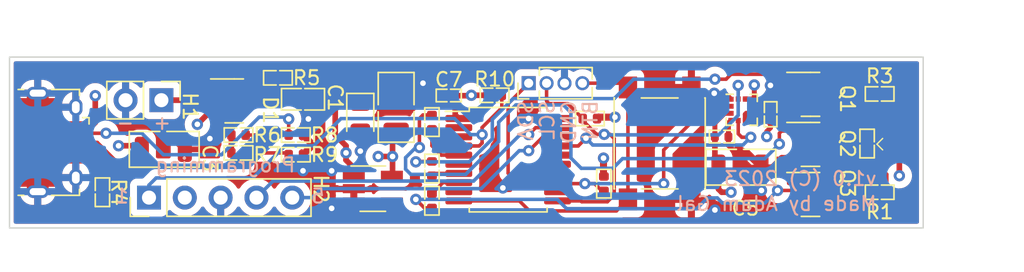
<source format=kicad_pcb>
(kicad_pcb (version 20221018) (generator pcbnew)
  (layers (0 "F.Cu" signal) (1 "In1.Cu" signal) (2 "In2.Cu" signal) (31 "B.Cu" signal) (34 "B.Paste" user) (35 "F.Paste" user) (36 "B.SilkS" user "B.Silkscreen") (37 "F.SilkS" user "F.Silkscreen") (38 "B.Mask" user) (39 "F.Mask" user) (44 "Edge.Cuts" user))
  (net 0 "")
  (net 1 "/+VIN")
  (net 2 "+3.3V")
  (net 3 "/+5V_USB")
  (net 4 "/+VBAT")
  (net 5 "GND")
  (net 6 "Net-(H2-Pin_1)")
  (net 7 "/ICSPDAT")
  (net 8 "/ICSPCLK")
  (net 9 "/I2C1_SDA")
  (net 10 "/I2C1_SCL")
  (net 11 "/BUTTON")
  (net 12 "Net-(LED1-Pad1)")
  (net 13 "/LED_R")
  (net 14 "Net-(Q1-D)")
  (net 15 "/LED_B")
  (net 16 "Net-(Q2-D)")
  (net 17 "/LED_G")
  (net 18 "Net-(Q3-D)")
  (net 19 "Net-(LED2-B)")
  (net 20 "Net-(USB1-ID)")
  (net 21 "Net-(USB1-D-)")
  (net 22 "Net-(USB1-D+)")
  (net 23 "/LED_R_R")
  (net 24 "/LED_B_R")
  (net 25 "/LED_G_R")
  (net 34 "/INT")
  (net 36 "Net-(LED2-G)")
  (net 37 "Net-(LED2-R)")
  (footprint "Custom_Resistor_SMD:R_0402" (layer "F.Cu") (at 153.035 57.912)
    (fp_text reference "R5" (at 2.032 0 unlocked) (layer "F.SilkS"))
    (fp_text value "10K")
    (pad "1" smd roundrect (at -0.508 0) (size 0.6 0.7) (layers "F.Cu" "F.Paste" "F.Mask") (net 1 "/+VIN"))
    (pad "2" smd roundrect (at 0.508 0) (size 0.6 0.7) (layers "F.Cu" "F.Paste" "F.Mask") (net 12 "Net-(LED1-Pad1)"))
  )
  (footprint "Custom_Resistor_SMD:R_0402" (layer "F.Cu") (at 150.241 61.976)
    (fp_text reference "R6" (at 2.032 0 unlocked) (layer "F.SilkS"))
    (fp_text value "5.1K")
    (pad "1" smd roundrect (at -0.508 0) (size 0.6 0.7) (layers "F.Cu" "F.Paste" "F.Mask") (net 3 "/+5V_USB"))
    (pad "2" smd roundrect (at 0.508 0) (size 0.6 0.7) (layers "F.Cu" "F.Paste" "F.Mask") (net 21 "Net-(USB1-D-)"))
  )
  (footprint "Package_LGA:LGA-12_2x2mm_P0.5mm" (layer "F.Cu") (at 185.9275 60.1815)
    (fp_text reference "U2" hide)
    (fp_text value "KXTJ3-1057")
    (pad "1" smd rect (at -0.7625 -0.75) (size 0.375 0.35) (layers "F.Cu" "F.Paste" "F.Mask") (net 5 "GND"))
    (pad "2" smd rect (at -0.7625 -0.25) (size 0.375 0.35) (layers "F.Cu" "F.Paste" "F.Mask") (net 9 "/I2C1_SDA"))
    (pad "3" smd rect (at -0.7625 0.25) (size 0.375 0.35) (layers "F.Cu" "F.Paste" "F.Mask") (net 2 "+3.3V"))
    (pad "4" smd rect (at -0.7625 0.75) (size 0.375 0.35) (layers "F.Cu" "F.Paste" "F.Mask") (net 5 "GND"))
    (pad "5" smd rect (at -0.25 0.7625 90) (size 0.375 0.35) (layers "F.Cu" "F.Paste" "F.Mask") (net 34 "/INT"))
    (pad "6" smd rect (at 0.25 0.7625 90) (size 0.375 0.35) (layers "F.Cu" "F.Paste" "F.Mask") (net 5 "GND"))
    (pad "7" smd rect (at 0.7625 0.75) (size 0.375 0.35) (layers "F.Cu" "F.Paste" "F.Mask") (net 2 "+3.3V"))
    (pad "8" smd rect (at 0.7625 0.25) (size 0.375 0.35) (layers "F.Cu" "F.Paste" "F.Mask") (net 5 "GND"))
    (pad "9" smd rect (at 0.7625 -0.25) (size 0.375 0.35) (layers "F.Cu" "F.Paste" "F.Mask") (net 5 "GND"))
    (pad "10" smd rect (at 0.7625 -0.75) (size 0.375 0.35) (layers "F.Cu" "F.Paste" "F.Mask") (net 2 "+3.3V"))
    (pad "11" smd rect (at 0.25 -0.7625 90) (size 0.375 0.35) (layers "F.Cu" "F.Paste" "F.Mask") (net 2 "+3.3V"))
    (pad "12" smd rect (at -0.25 -0.7625 90) (size 0.375 0.35) (layers "F.Cu" "F.Paste" "F.Mask") (net 10 "/I2C1_SCL"))
  )
  (footprint "Custom_Header_Connector:Pin_Header_01x04_P1.27mm" (layer "F.Cu") (at 172.722 58.327)
    (fp_text reference "H3" hide)
    (fp_text value "01x04 P1.27mm")
    (pad "1" thru_hole rect (at -1.905 -0.034 90) (size 1 1) (drill 0.65) (layers "*.Cu" "*.Mask") (net 9 "/I2C1_SDA"))
    (pad "2" thru_hole oval (at -0.635 -0.034 90) (size 1 1) (drill 0.65) (layers "*.Cu" "*.Mask") (net 10 "/I2C1_SCL"))
    (pad "3" thru_hole oval (at 0.635 -0.034 90) (size 1 1) (drill 0.65) (layers "*.Cu" "*.Mask") (net 5 "GND"))
    (pad "4" thru_hole oval (at 1.905 -0.034 90) (size 1 1) (drill 0.65) (layers "*.Cu" "*.Mask") (net 11 "/BUTTON"))
  )
  (footprint "Custom_Capacitor_SMD:C_0603" (layer "F.Cu") (at 154.813 59.436)
    (fp_text reference "C1" (at 2.286 -0.127 -90 unlocked) (layer "F.SilkS"))
    (fp_text value "1uF")
    (pad "1" smd roundrect (at -0.813 0) (size 0.9 0.95) (layers "F.Cu" "F.Paste" "F.Mask") (net 1 "/+VIN"))
    (pad "2" smd roundrect (at 0.737 0) (size 0.9 0.95) (layers "F.Cu" "F.Paste" "F.Mask") (net 5 "GND"))
  )
  (footprint "Custom_Resistor_SMD:R_0402" (layer "F.Cu") (at 195.707 59.055 180)
    (fp_text reference "R3" (at 0 1.27 unlocked) (layer "F.SilkS"))
    (fp_text value "590")
    (pad "1" smd roundrect (at -0.508 0 180) (size 0.6 0.7) (layers "F.Cu" "F.Paste" "F.Mask") (net 37 "Net-(LED2-R)"))
    (pad "2" smd roundrect (at 0.508 0 180) (size 0.6 0.7) (layers "F.Cu" "F.Paste" "F.Mask") (net 14 "Net-(Q1-D)"))
  )
  (footprint "Custom_Resistor_SMD:R_0402" (layer "F.Cu") (at 150.241 63.246)
    (fp_text reference "R7" (at 2.032 0.127 unlocked) (layer "F.SilkS"))
    (fp_text value "5.1K")
    (pad "1" smd roundrect (at -0.508 0) (size 0.6 0.7) (layers "F.Cu" "F.Paste" "F.Mask") (net 3 "/+5V_USB"))
    (pad "2" smd roundrect (at 0.508 0) (size 0.6 0.7) (layers "F.Cu" "F.Paste" "F.Mask") (net 22 "Net-(USB1-D+)"))
  )
  (footprint "Custom_Package:LED_RGB_404" (layer "F.Cu") (at 196.679 62.625 45)
    (fp_text reference "LED2" hide)
    (fp_text value "UHD111A-FKA")
    (pad "1" smd roundrect (at -0.425 -0.425 45) (size 0.45 0.45) (layers "F.Cu" "F.Paste" "F.Mask") (net 19 "Net-(LED2-B)"))
    (pad "2" smd roundrect (at 0.425 -0.425 45) (size 0.45 0.45) (layers "F.Cu" "F.Paste" "F.Mask") (net 36 "Net-(LED2-G)"))
    (pad "3" smd roundrect (at 0.425 0.425 45) (size 0.45 0.45) (layers "F.Cu" "F.Paste" "F.Mask") (net 37 "Net-(LED2-R)"))
    (pad "4" smd roundrect (at -0.425 0.425 45) (size 0.45 0.45) (layers "F.Cu" "F.Paste" "F.Mask") (net 1 "/+VIN"))
  )
  (footprint "Custom_Package:D_SOT23_TO263" (layer "F.Cu") (at 190.8175 59.086)
    (fp_text reference "Q1" (at 2.6035 0.32 -90 unlocked) (layer "F.SilkS"))
    (fp_text value "2N7002")
    (pad "1" smd roundrect (at -0.9525 -0.95) (size 1.475 0.6) (layers "F.Cu" "F.Paste" "F.Mask") (net 13 "/LED_R"))
    (pad "2" smd roundrect (at -0.9525 0.95) (size 1.475 0.6) (layers "F.Cu" "F.Paste" "F.Mask") (net 5 "GND"))
    (pad "3" smd roundrect (at 0.9225 0) (size 1.475 0.6) (layers "F.Cu" "F.Paste" "F.Mask") (net 14 "Net-(Q1-D)"))
  )
  (footprint "Custom_Connector:Custom_USB_Micro-B_Amphenol_10118194_Horizontal" (layer "F.Cu") (at 137.3 62.5 -90)
    (fp_text reference "USB1" hide)
    (fp_text value "~")
    (pad "1" smd rect (at -1.3 -1.4 270) (size 0.4 1.35) (layers "F.Cu" "F.Paste" "F.Mask") (net 3 "/+5V_USB"))
    (pad "2" smd rect (at -0.65 -1.4 270) (size 0.4 1.35) (layers "F.Cu" "F.Paste" "F.Mask") (net 21 "Net-(USB1-D-)"))
    (pad "3" smd rect (at 0 -1.4 270) (size 0.4 1.35) (layers "F.Cu" "F.Paste" "F.Mask") (net 22 "Net-(USB1-D+)"))
    (pad "4" smd rect (at 0.65 -1.4 270) (size 0.4 1.35) (layers "F.Cu" "F.Paste" "F.Mask") (net 20 "Net-(USB1-ID)"))
    (pad "5" smd rect (at 1.3 -1.4 270) (size 0.4 1.35) (layers "F.Cu" "F.Paste" "F.Mask") (net 5 "GND"))
    (pad "6" thru_hole oval (at -3.5 1.3 270) (size 0.89 1.55) (drill oval 0.5 1.15) (layers "*.Cu" "*.Mask") (net 5 "GND"))
    (pad "6" smd rect (at -2.9 1.3 270) (size 1.2 1.55) (layers "F.Cu" "F.Paste" "F.Mask") (net 5 "GND"))
    (pad "6" thru_hole oval (at -2.5 -1.4 270) (size 1.25 0.95) (drill oval 0.85 0.55) (layers "*.Cu" "*.Mask") (net 5 "GND"))
    (pad "6" smd rect (at -1 1.3 270) (size 1.5 1.55) (layers "F.Cu" "F.Paste" "F.Mask") (net 5 "GND"))
    (pad "6" smd rect (at 1 1.3 270) (size 1.5 1.55) (layers "F.Cu" "F.Paste" "F.Mask") (net 5 "GND"))
    (pad "6" thru_hole oval (at 2.5 -1.4 270) (size 1.25 0.95) (drill oval 0.85 0.55) (layers "*.Cu" "*.Mask") (net 5 "GND"))
    (pad "6" smd rect (at 2.9 1.3 270) (size 1.2 1.55) (layers "F.Cu" "F.Paste" "F.Mask") (net 5 "GND"))
    (pad "6" thru_hole oval (at 3.5 1.3 270) (size 0.89 1.55) (drill oval 0.5 1.15) (layers "*.Cu" "*.Mask") (net 5 "GND"))
  )
  (footprint "Custom_Resistor_SMD:R_0402" (layer "F.Cu") (at 194.818 62.581 -90)
    (fp_text reference "R2" hide)
    (fp_text value "590")
    (pad "1" smd roundrect (at -0.508 0 270) (size 0.6 0.7) (layers "F.Cu" "F.Paste" "F.Mask") (net 36 "Net-(LED2-G)"))
    (pad "2" smd roundrect (at 0.508 0 270) (size 0.6 0.7) (layers "F.Cu" "F.Paste" "F.Mask") (net 16 "Net-(Q2-D)"))
  )
  (footprint "LED_SMD:LED_0805_2012Metric" (layer "F.Cu") (at 158.877 60.706 -90)
    (fp_text reference "LED1" hide)
    (fp_text value "Green")
    (pad "1" smd roundrect (at -0.9375 0 270) (size 0.975 1.4) (layers "F.Cu" "F.Paste" "F.Mask") (net 12 "Net-(LED1-Pad1)"))
    (pad "2" smd roundrect (at 0.9375 0 270) (size 0.975 1.4) (layers "F.Cu" "F.Paste" "F.Mask") (net 5 "GND"))
  )
  (footprint "Package_SO:SSOP-20_5.3x7.2mm_P0.65mm" (layer "F.Cu") (at 169.362 63.728)
    (fp_text reference "U1" hide)
    (fp_text value "PIC16LF1829")
    (pad "1" smd roundrect (at -3.5 -2.925) (size 1.9 0.5) (layers "F.Cu" "F.Paste" "F.Mask") (net 2 "+3.3V"))
    (pad "2" smd roundrect (at -3.5 -2.275) (size 1.9 0.5) (layers "F.Cu" "F.Paste" "F.Mask"))
    (pad "3" smd roundrect (at -3.5 -1.625) (size 1.9 0.5) (layers "F.Cu" "F.Paste" "F.Mask"))
    (pad "4" smd roundrect (at -3.5 -0.975) (size 1.9 0.5) (layers "F.Cu" "F.Paste" "F.Mask") (net 6 "Net-(H2-Pin_1)"))
    (pad "5" smd roundrect (at -3.5 -0.325) (size 1.9 0.5) (layers "F.Cu" "F.Paste" "F.Mask") (net 24 "/LED_B_R"))
    (pad "6" smd roundrect (at -3.5 0.325) (size 1.9 0.5) (layers "F.Cu" "F.Paste" "F.Mask"))
    (pad "7" smd roundrect (at -3.5 0.975) (size 1.9 0.5) (layers "F.Cu" "F.Paste" "F.Mask") (net 23 "/LED_R_R"))
    (pad "8" smd roundrect (at -3.5 1.625) (size 1.9 0.5) (layers "F.Cu" "F.Paste" "F.Mask") (net 25 "/LED_G_R"))
    (pad "9" smd roundrect (at -3.5 2.275) (size 1.9 0.5) (layers "F.Cu" "F.Paste" "F.Mask"))
    (pad "10" smd roundrect (at -3.5 2.925) (size 1.9 0.5) (layers "F.Cu" "F.Paste" "F.Mask") (net 11 "/BUTTON"))
    (pad "11" smd roundrect (at 3.5 2.925) (size 1.9 0.5) (layers "F.Cu" "F.Paste" "F.Mask") (net 10 "/I2C1_SCL"))
    (pad "12" smd roundrect (at 3.5 2.275) (size 1.9 0.5) (layers "F.Cu" "F.Paste" "F.Mask"))
    (pad "13" smd roundrect (at 3.5 1.625) (size 1.9 0.5) (layers "F.Cu" "F.Paste" "F.Mask") (net 9 "/I2C1_SDA"))
    (pad "14" smd roundrect (at 3.5 0.975) (size 1.9 0.5) (layers "F.Cu" "F.Paste" "F.Mask"))
    (pad "15" smd roundrect (at 3.5 0.325) (size 1.9 0.5) (layers "F.Cu" "F.Paste" "F.Mask"))
    (pad "16" smd roundrect (at 3.5 -0.325) (size 1.9 0.5) (layers "F.Cu" "F.Paste" "F.Mask"))
    (pad "17" smd roundrect (at 3.5 -0.975) (size 1.9 0.5) (layers "F.Cu" "F.Paste" "F.Mask") (net 34 "/INT"))
    (pad "18" smd roundrect (at 3.5 -1.625) (size 1.9 0.5) (layers "F.Cu" "F.Paste" "F.Mask") (net 8 "/ICSPCLK"))
    (pad "19" smd roundrect (at 3.5 -2.275) (size 1.9 0.5) (layers "F.Cu" "F.Paste" "F.Mask") (net 7 "/ICSPDAT"))
    (pad "20" smd roundrect (at 3.5 -2.925) (size 1.9 0.5) (layers "F.Cu" "F.Paste" "F.Mask") (net 5 "GND"))
  )
  (footprint "Custom_Capacitor_SMD:C_0402" (layer "F.Cu") (at 165.149 59.178)
    (fp_text reference "C7" (at 0 -1.143 unlocked) (layer "F.SilkS"))
    (fp_text value "100nF")
    (pad "1" smd roundrect (at -0.501 0.004) (size 0.56 0.62) (layers "F.Cu" "F.Paste" "F.Mask") (net 5 "GND"))
    (pad "2" smd roundrect (at 0.459 0.004) (size 0.56 0.62) (layers "F.Cu" "F.Paste" "F.Mask") (net 2 "+3.3V"))
  )
  (footprint "Custom_Switch_SMD:SW_6x6" (layer "F.Cu") (at 180.107 62.517 90)
    (fp_text reference "SW1" hide)
    (fp_text value "~")
    (pad "1" smd rect (at -4.03 -2.25 90) (size 1.55 1.3) (layers "F.Cu" "F.Paste" "F.Mask") (net 11 "/BUTTON"))
    (pad "2" smd rect (at 3.92 -2.25 90) (size 1.55 1.3) (layers "F.Cu" "F.Paste" "F.Mask") (net 11 "/BUTTON"))
    (pad "3" smd rect (at -4.03 2.25 90) (size 1.55 1.3) (layers "F.Cu" "F.Paste" "F.Mask") (net 5 "GND"))
    (pad "4" smd rect (at 3.92 2.25 90) (size 1.55 1.3) (layers "F.Cu" "F.Paste" "F.Mask") (net 5 "GND"))
  )
  (footprint "Custom_Resistor_SMD:R_0402" (layer "F.Cu") (at 154.305 61.976)
    (fp_text reference "R8" (at 2.032 0 unlocked) (layer "F.SilkS"))
    (fp_text value "10K")
    (pad "1" smd roundrect (at -0.508 0) (size 0.6 0.7) (layers "F.Cu" "F.Paste" "F.Mask") (net 21 "Net-(USB1-D-)"))
    (pad "2" smd roundrect (at 0.508 0) (size 0.6 0.7) (layers "F.Cu" "F.Paste" "F.Mask") (net 5 "GND"))
  )
  (footprint "Custom_Resistor_SMD:R_0402" (layer "F.Cu") (at 163.957 64.359 -90)
    (fp_text reference "R13" hide)
    (fp_text value "0")
    (pad "1" smd roundrect (at -0.508 0 270) (size 0.6 0.7) (layers "F.Cu" "F.Paste" "F.Mask") (net 13 "/LED_R"))
    (pad "2" smd roundrect (at 0.508 0 270) (size 0.6 0.7) (layers "F.Cu" "F.Paste" "F.Mask") (net 23 "/LED_R_R"))
  )
  (footprint "Custom_Capacitor_SMD:C_1206" (layer "F.Cu") (at 144.907 62.992)
    (fp_text reference "C3" (at 3.302 0.635 -90 unlocked) (layer "F.SilkS"))
    (fp_text value "10uF")
    (pad "1" smd roundrect (at -1.524 0) (size 1 1.8) (layers "F.Cu" "F.Paste" "F.Mask") (net 3 "/+5V_USB"))
    (pad "2" smd roundrect (at 1.524 0) (size 1 1.8) (layers "F.Cu" "F.Paste" "F.Mask") (net 5 "GND"))
  )
  (footprint "Custom_Resistor_SMD:R_0402" (layer "F.Cu") (at 154.305 63.373)
    (fp_text reference "R9" (at 2.032 0 unlocked) (layer "F.SilkS"))
    (fp_text value "10K")
    (pad "1" smd roundrect (at -0.508 0) (size 0.6 0.7) (layers "F.Cu" "F.Paste" "F.Mask") (net 22 "Net-(USB1-D+)"))
    (pad "2" smd roundrect (at 0.508 0) (size 0.6 0.7) (layers "F.Cu" "F.Paste" "F.Mask") (net 5 "GND"))
  )
  (footprint "Custom_Resistor_SMD:R_0402" (layer "F.Cu") (at 168.402 59.152)
    (fp_text reference "R10" (at 0 -1.143 unlocked) (layer "F.SilkS"))
    (fp_text value "10K")
    (pad "1" smd roundrect (at -0.508 0) (size 0.6 0.7) (layers "F.Cu" "F.Paste" "F.Mask") (net 2 "+3.3V"))
    (pad "2" smd roundrect (at 0.508 0) (size 0.6 0.7) (layers "F.Cu" "F.Paste" "F.Mask") (net 6 "Net-(H2-Pin_1)"))
  )
  (footprint "Custom_Header_Connector:Pin_Header_01x05_P2.54mm" (layer "F.Cu") (at 148.971 66.421)
    (fp_text reference "H2" (at 7.112 -0.635 -90 unlocked) (layer "F.SilkS"))
    (fp_text value "01x05 P2.54mm")
    (pad "1" thru_hole rect (at -5.08 0 90) (size 1.7 1.7) (drill 1) (layers "*.Cu" "*.Mask") (net 6 "Net-(H2-Pin_1)"))
    (pad "2" thru_hole oval (at -2.54 0 90) (size 1.7 1.7) (drill 1) (layers "*.Cu" "*.Mask") (net 2 "+3.3V"))
    (pad "3" thru_hole oval (at 0 0 90) (size 1.7 1.7) (drill 1) (layers "*.Cu" "*.Mask") (net 5 "GND"))
    (pad "4" thru_hole oval (at 2.54 0 90) (size 1.7 1.7) (drill 1) (layers "*.Cu" "*.Mask") (net 7 "/ICSPDAT"))
    (pad "5" thru_hole oval (at 5.08 0 90) (size 1.7 1.7) (drill 1) (layers "*.Cu" "*.Mask") (net 8 "/ICSPCLK"))
  )
  (footprint "Custom_Capacitor_SMD:C_0402" (layer "F.Cu") (at 184.524 62.099)
    (fp_text reference "C6" hide)
    (fp_text value "100nF")
    (pad "1" smd roundrect (at -0.501 0.004) (size 0.56 0.62) (layers "F.Cu" "F.Paste" "F.Mask") (net 2 "+3.3V"))
    (pad "2" smd roundrect (at 0.459 0.004) (size 0.56 0.62) (layers "F.Cu" "F.Paste" "F.Mask") (net 5 "GND"))
  )
  (footprint "Custom_Package:D_SOT23_TO263" (layer "F.Cu") (at 190.8175 66.198)
    (fp_text reference "Q3" (at 2.6035 -0.793 -90 unlocked) (layer "F.SilkS"))
    (fp_text value "2N7002")
    (pad "1" smd roundrect (at -0.9525 -0.95) (size 1.475 0.6) (layers "F.Cu" "F.Paste" "F.Mask") (net 17 "/LED_G"))
    (pad "2" smd roundrect (at -0.9525 0.95) (size 1.475 0.6) (layers "F.Cu" "F.Paste" "F.Mask") (net 5 "GND"))
    (pad "3" smd roundrect (at 0.9225 0) (size 1.475 0.6) (layers "F.Cu" "F.Paste" "F.Mask") (net 18 "Net-(Q3-D)"))
  )
  (footprint "Package_TO_SOT_SMD:SOT-23-5_HandSoldering" (layer "F.Cu") (at 159.766 65.786)
    (fp_text reference "U3" hide)
    (fp_text value "TPS76933DBVR")
    (pad "1" smd rect (at -1.35 -0.95) (size 1.56 0.65) (layers "F.Cu" "F.Paste" "F.Mask") (net 1 "/+VIN"))
    (pad "2" smd rect (at -1.35 0) (size 1.56 0.65) (layers "F.Cu" "F.Paste" "F.Mask") (net 5 "GND"))
    (pad "3" smd rect (at -1.35 0.95) (size 1.56 0.65) (layers "F.Cu" "F.Paste" "F.Mask") (net 5 "GND"))
    (pad "4" smd rect (at 1.35 0.95) (size 1.56 0.65) (layers "F.Cu" "F.Paste" "F.Mask"))
    (pad "5" smd rect (at 1.35 -0.95) (size 1.56 0.65) (layers "F.Cu" "F.Paste" "F.Mask") (net 2 "+3.3V"))
  )
  (footprint "Custom_Resistor_SMD:R_0402" (layer "F.Cu") (at 195.707 66.04 180)
    (fp_text reference "R1" (at 0 -1.397 unlocked) (layer "F.SilkS"))
    (fp_text value "590")
    (pad "1" smd roundrect (at -0.508 0 180) (size 0.6 0.7) (layers "F.Cu" "F.Paste" "F.Mask") (net 19 "Net-(LED2-B)"))
    (pad "2" smd roundrect (at 0.508 0 180) (size 0.6 0.7) (layers "F.Cu" "F.Paste" "F.Mask") (net 18 "Net-(Q3-D)"))
  )
  (footprint "Custom_Resistor_SMD:R_0402" (layer "F.Cu") (at 163.957 61.057 -90)
    (fp_text reference "R14" hide)
    (fp_text value "0")
    (pad "1" smd roundrect (at -0.508 0 270) (size 0.6 0.7) (layers "F.Cu" "F.Paste" "F.Mask") (net 15 "/LED_B"))
    (pad "2" smd roundrect (at 0.508 0 270) (size 0.6 0.7) (layers "F.Cu" "F.Paste" "F.Mask") (net 24 "/LED_B_R"))
  )
  (footprint "Custom_Resistor_SMD:R_0402" (layer "F.Cu") (at 175.1584 60.8076 180)
    (fp_text reference "R12" hide)
    (fp_text value "10K")
    (pad "1" smd roundrect (at -0.508 0 180) (size 0.6 0.7) (layers "F.Cu" "F.Paste" "F.Mask") (net 2 "+3.3V"))
    (pad "2" smd roundrect (at 0.508 0 180) (size 0.6 0.7) (layers "F.Cu" "F.Paste" "F.Mask") (net 10 "/I2C1_SCL"))
  )
  (footprint "Custom_Resistor_SMD:R_0402" (layer "F.Cu") (at 176.149 65.4304 -90)
    (fp_text reference "R11" hide)
    (fp_text value "10K")
    (pad "1" smd roundrect (at -0.508 0 270) (size 0.6 0.7) (layers "F.Cu" "F.Paste" "F.Mask") (net 2 "+3.3V"))
    (pad "2" smd roundrect (at 0.508 0 270) (size 0.6 0.7) (layers "F.Cu" "F.Paste" "F.Mask") (net 9 "/I2C1_SDA"))
  )
  (footprint "Custom_Resistor_SMD:R_0402" (layer "F.Cu") (at 140.589 66.04 -90)
    (fp_text reference "R4" (at 0 -1.143 -90 unlocked) (layer "F.SilkS"))
    (fp_text value "0")
    (pad "1" smd roundrect (at -0.508 0 270) (size 0.6 0.7) (layers "F.Cu" "F.Paste" "F.Mask") (net 20 "Net-(USB1-ID)"))
    (pad "2" smd roundrect (at 0.508 0 270) (size 0.6 0.7) (layers "F.Cu" "F.Paste" "F.Mask") (net 5 "GND"))
  )
  (footprint "Custom_Package:D_SOT23_TO263" (layer "F.Cu") (at 149.9525 59.55)
    (fp_text reference "D1" (at 2.5475 0.648 -90 unlocked) (layer "F.SilkS"))
    (fp_text value "BAT54CLT3G\n")
    (pad "1" smd roundrect (at -0.9525 -0.95) (size 1.475 0.6) (layers "F.Cu" "F.Paste" "F.Mask") (net 4 "/+VBAT"))
    (pad "2" smd roundrect (at -0.9525 0.95) (size 1.475 0.6) (layers "F.Cu" "F.Paste" "F.Mask") (net 3 "/+5V_USB"))
    (pad "3" smd roundrect (at 0.9225 0) (size 1.475 0.6) (layers "F.Cu" "F.Paste" "F.Mask") (net 1 "/+VIN"))
  )
  (footprint "Custom_Capacitor_SMD:C_1206" (layer "F.Cu") (at 161.417 60.071 90)
    (fp_text reference "C2" hide)
    (fp_text value "10uF")
    (pad "1" smd roundrect (at -1.524 0 90) (size 1 1.8) (layers "F.Cu" "F.Paste" "F.Mask") (net 2 "+3.3V"))
    (pad "2" smd roundrect (at 1.524 0 90) (size 1 1.8) (layers "F.Cu" "F.Paste" "F.Mask") (net 5 "GND"))
  )
  (footprint "Custom_Capacitor_SMD:C_0402" (layer "F.Cu") (at 187.964 60.501 -90)
    (fp_text reference "C4" hide)
    (fp_text value "100nF")
    (pad "1" smd roundrect (at -0.501 0.004 270) (size 0.56 0.62) (layers "F.Cu" "F.Paste" "F.Mask") (net 5 "GND"))
    (pad "2" smd roundrect (at 0.459 0.004 270) (size 0.56 0.62) (layers "F.Cu" "F.Paste" "F.Mask") (net 2 "+3.3V"))
  )
  (footprint "Custom_Header_Connector:Pin_Header_01x02_P2.54mm" (layer "F.Cu") (at 143.5 59.5 180)
    (fp_text reference "H1" (at -3.312 -0.444 270 unlocked) (layer "F.SilkS"))
    (fp_text value "01x02 P2.54mm")
    (pad "1" thru_hole rect (at -1.27 0 270) (size 1.7 1.7) (drill 1) (layers "*.Cu" "*.Mask") (net 4 "/+VBAT"))
    (pad "2" thru_hole oval (at 1.27 0 270) (size 1.7 1.7) (drill 1) (layers "*.Cu" "*.Mask") (net 5 "GND"))
  )
  (footprint "Custom_Capacitor_SMD:C_1206" (layer "F.Cu") (at 185.801 64.262)
    (fp_text reference "C5" (at 0.381 2.921 unlocked) (layer "F.SilkS"))
    (fp_text value "10uF")
    (pad "1" smd roundrect (at -1.524 0) (size 1 1.8) (layers "F.Cu" "F.Paste" "F.Mask") (net 2 "+3.3V"))
    (pad "2" smd roundrect (at 1.524 0) (size 1 1.8) (layers "F.Cu" "F.Paste" "F.Mask") (net 5 "GND"))
  )
  (footprint "Custom_Package:D_SOT23_TO263" (layer "F.Cu") (at 190.8175 62.642)
    (fp_text reference "Q2" (at 2.6035 -0.061 -90 unlocked) (layer "F.SilkS"))
    (fp_text value "2N7002")
    (pad "1" smd roundrect (at -0.9525 -0.95) (size 1.475 0.6) (layers "F.Cu" "F.Paste" "F.Mask") (net 15 "/LED_B"))
    (pad "2" smd roundrect (at -0.9525 0.95) (size 1.475 0.6) (layers "F.Cu" "F.Paste" "F.Mask") (net 5 "GND"))
    (pad "3" smd roundrect (at 0.9225 0) (size 1.475 0.6) (layers "F.Cu" "F.Paste" "F.Mask") (net 16 "Net-(Q2-D)"))
  )
  (footprint "Custom_Resistor_SMD:R_0402" (layer "F.Cu") (at 163.957 66.645 90)
    (fp_text reference "R15" hide)
    (fp_text value "0")
    (pad "1" smd roundrect (at -0.508 0 90) (size 0.6 0.7) (layers "F.Cu" "F.Paste" "F.Mask") (net 17 "/LED_G"))
    (pad "2" smd roundrect (at 0.508 0 90) (size 0.6 0.7) (layers "F.Cu" "F.Paste" "F.Mask") (net 25 "/LED_G_R"))
  )
  (gr_rect (start 134 56.437) (end 198.794 68.58) (stroke (width 0.1)) (fill none) (layer "Edge.Cuts"))
  (gr_text "v1.0 (C) 2023 " (at 195.58 65.659) (layer "B.SilkS") (effects (font (size 1 1)) (justify left bottom mirror)))
  (gr_text "SDA" (at 171.196 59.436 90) (layer "B.SilkS") (effects (font (size 1 1)) (justify left bottom mirror)))
  (gr_text "5" (at 156.4386 66.9036) (layer "B.SilkS") (effects (font (size 1 1)) (justify left bottom mirror)))
  (gr_text "GND" (at 174.244 59.436 90) (layer "B.SilkS") (effects (font (size 1 1)) (justify left bottom mirror)))
  (gr_text "BTN" (at 175.768 59.436 90) (layer "B.SilkS") (effects (font (size 1 1)) (justify left bottom mirror)))
  (gr_text "SCL" (at 172.72 59.436 90) (layer "B.SilkS") (effects (font (size 1 1)) (justify left bottom mirror)))
  (gr_text "Made by Adam Gal" (at 195.58 67.437) (layer "B.SilkS") (effects (font (size 1 1)) (justify left bottom mirror)))
  (gr_text "+" (at 145.542 61.6712) (layer "B.SilkS") (effects (font (size 1 1)) (justify left bottom mirror)))
  (gr_text "-" (at 142.9258 61.6712) (layer "B.SilkS") (effects (font (size 1 1)) (justify left bottom mirror)))
  (gr_text "Programming" (at 154.3558 64.6938) (layer "B.SilkS") (effects (font (size 1 1)) (justify left bottom mirror)))
  (gr_text "1" (at 142.5448 66.9036) (layer "B.SilkS") (effects (font (size 1 1)) (justify left bottom mirror)))
  (segment (start 197.104 63.651041) (end 197.104 64.867) (width 0.4) (layer "F.Cu") (net 1))
  (segment (start 152.527 58.801) (end 153.162 59.436) (width 0.4) (layer "F.Cu") (net 1))
  (segment (start 157.863731 62.740731) (end 157.099 61.976) (width 0.4) (layer "F.Cu") (net 1))
  (segment (start 150.875 58.421) (end 151.384 57.912) (width 0.4) (layer "F.Cu") (net 1))
  (segment (start 153.162 59.436) (end 154 59.436) (width 0.4) (layer "F.Cu") (net 1))
  (segment (start 157.863731 63.24284) (end 157.863731 62.740731) (width 0.4) (layer "F.Cu") (net 1))
  (segment (start 152.527 57.912) (end 152.527 58.801) (width 0.4) (layer "F.Cu") (net 1))
  (segment (start 157.099 61.976) (end 157.099 60.833) (width 0.4) (layer "F.Cu") (net 1))
  (segment (start 156.533 58.362) (end 155.074 58.362) (width 0.4) (layer "F.Cu") (net 1))
  (segment (start 150.875 59.55) (end 150.875 58.421) (width 0.4) (layer "F.Cu") (net 1))
  (segment (start 196.679 63.226041) (end 197.104 63.651041) (width 0.4) (layer "F.Cu") (net 1))
  (segment (start 157.863731 63.24284) (end 157.863731 63.756731) (width 0.4) (layer "F.Cu") (net 1))
  (segment (start 155.074 58.362) (end 154 59.436) (width 0.4) (layer "F.Cu") (net 1))
  (segment (start 157.099 58.928) (end 156.533 58.362) (width 0.4) (layer "F.Cu") (net 1))
  (segment (start 157.099 60.833) (end 157.099 58.928) (width 0.4) (layer "F.Cu") (net 1))
  (segment (start 157.863731 63.756731) (end 158.416 64.309) (width 0.4) (layer "F.Cu") (net 1))
  (segment (start 151.384 57.912) (end 152.527 57.912) (width 0.4) (layer "F.Cu") (net 1))
  (segment (start 158.416 64.309) (end 158.416 64.836) (width 0.4) (layer "F.Cu") (net 1))
  (via (at 197.104 64.867) (size 0.8) (drill 0.4) (layers "F.Cu" "B.Cu") (net 1))
  (via (at 157.863731 63.24284) (size 0.8) (drill 0.4) (layers "F.Cu" "B.Cu") (net 1))
  (segment (start 160.147 63.627) (end 160.241 63.721) (width 0.25) (layer "F.Cu") (net 2))
  (segment (start 184.023 64.008) (end 184.277 64.262) (width 0.25) (layer "F.Cu") (net 2))
  (segment (start 165.608 59.182) (end 165.608 60.549) (width 0.4) (layer "F.Cu") (net 2))
  (segment (start 176.1236 63.6149) (end 176.1236 64.897) (width 0.5) (layer "F.Cu") (net 2))
  (segment (start 186.817 59.3055) (end 186.691 59.4315) (width 0.35) (layer "F.Cu") (net 2))
  (segment (start 161.163 61.849) (end 161.417 61.595) (width 0.25) (layer "F.Cu") (net 2))
  (segment (start 184.501 66.04) (end 184.277 65.816) (width 0.4) (layer "F.Cu") (net 2))
  (segment (start 167.894 59.152) (end 166.751 59.152) (width 0.4) (layer "F.Cu") (net 2))
  (segment (start 187.701785 62.084501) (end 187.706 62.080286) (width 0.25) (layer "F.Cu") (net 2))
  (segment (start 186.1785 59.419) (end 186.6785 59.419) (width 0.35) (layer "F.Cu") (net 2))
  (segment (start 185.166 66.04) (end 184.501 66.04) (width 0.4) (layer "F.Cu") (net 2))
  (segment (start 165.608 59.182) (end 166.721 59.182) (width 0.4) (layer "F.Cu") (net 2))
  (segment (start 165.608 60.549) (end 165.862 60.803) (width 0.4) (layer "F.Cu") (net 2))
  (segment (start 161.163 64.789) (end 161.116 64.836) (width 0.25) (layer "F.Cu") (net 2))
  (segment (start 184.023 61.126305) (end 184.023 62.103) (width 0.35) (layer "F.Cu") (net 2))
  (segment (start 187.706 61.722) (end 187.96 61.468) (width 0.35) (layer "F.Cu") (net 2))
  (segment (start 161.116 63.547) (end 161.163 63.5) (width 0.25) (layer "F.Cu") (net 2))
  (segment (start 161.163 63.5) (end 160.147 63.5) (width 0.4) (layer "F.Cu") (net 2))
  (segment (start 184.277 65.816) (end 184.277 64.262) (width 0.4) (layer "F.Cu") (net 2))
  (segment (start 184.717805 60.4315) (end 184.023 61.126305) (width 0.35) (layer "F.Cu") (net 2))
  (segment (start 160.147 63.5) (end 160.147 63.627) (width 0.25) (layer "F.Cu") (net 2))
  (segment (start 185.166 60.4315) (end 184.717805 60.4315) (width 0.35) (layer "F.Cu") (net 2))
  (segment (start 176.1236 64.897) (end 176.149 64.9224) (width 0.5) (layer "F.Cu") (net 2))
  (segment (start 187.9315 60.9315) (end 187.96 60.96) (width 0.25) (layer "F.Cu") (net 2))
  (segment (start 166.721 59.182) (end 166.751 59.152) (width 0.25) (layer "F.Cu") (net 2))
  (segment (start 175.768 60.706) (end 175.6664 60.8076) (width 0.5) (layer "F.Cu") (net 2))
  (segment (start 161.163 63.5) (end 161.163 64.789) (width 0.4) (layer "F.Cu") (net 2))
  (segment (start 187.706 62.080286) (end 187.706 61.722) (width 0.35) (layer "F.Cu") (net 2))
  (segment (start 186.691 60.9315) (end 187.9315 60.9315) (width 0.35) (layer "F.Cu") (net 2))
  (segment (start 184.023 62.103) (end 184.023 64.008) (width 0.4) (layer "F.Cu") (net 2))
  (segment (start 187.96 61.468) (end 187.96 60.96) (width 0.35) (layer "F.Cu") (net 2))
  (segment (start 161.163 63.5) (end 161.163 61.849) (width 0.4) (layer "F.Cu") (net 2))
  (segment (start 186.817 58.42) (end 186.817 59.3055) (width 0.35) (layer "F.Cu") (net 2))
  (segment (start 176.9364 60.706) (end 175.768 60.706) (width 0.5) (layer "F.Cu") (net 2))
  (via (at 176.1236 63.6149) (size 0.8) (drill 0.4) (layers "F.Cu" "B.Cu") (net 2))
  (via (at 176.9364 60.706) (size 0.8) (drill 0.4) (layers "F.Cu" "B.Cu") (net 2))
  (via (at 187.701785 62.084501) (size 0.8) (drill 0.4) (layers "F.Cu" "B.Cu") (net 2))
  (via (at 166.751 59.152) (size 0.8) (drill 0.4) (layers "F.Cu" "B.Cu") (net 2))
  (via (at 185.166 66.04) (size 0.8) (drill 0.4) (layers "F.Cu" "B.Cu") (net 2))
  (via (at 186.817 58.42) (size 0.8) (drill 0.4) (layers "F.Cu" "B.Cu") (net 2))
  (via (at 160.147 63.5) (size 0.8) (drill 0.4) (layers "F.Cu" "B.Cu") (net 2))
  (via (at 161.163 63.5) (size 0.8) (drill 0.4) (layers "F.Cu" "B.Cu") (net 2))
  (segment (start 143.383 62.992) (end 143.383 62.865) (width 0.25) (layer "F.Cu") (net 3))
  (segment (start 141.732 62.738) (end 143.129 62.738) (width 0.4) (layer "F.Cu") (net 3))
  (segment (start 149 60.5) (end 149 61.243) (width 0.4) (layer "F.Cu") (net 3))
  (segment (start 147.32 61.214) (end 148.034 60.5) (width 0.4) (layer "F.Cu") (net 3))
  (segment (start 143.129 62.738) (end 143.383 62.992) (width 0.25) (layer "F.Cu") (net 3))
  (segment (start 149.733 61.976) (end 149.733 63.246) (width 0.4) (layer "F.Cu") (net 3))
  (segment (start 139.968 61.2) (end 140.081 61.087) (width 0.4) (layer "F.Cu") (net 3))
  (segment (start 148.034 60.5) (end 149 60.5) (width 0.4) (layer "F.Cu") (net 3))
  (segment (start 149 61.243) (end 149.733 61.976) (width 0.4) (layer "F.Cu") (net 3))
  (segment (start 138.7 61.2) (end 139.206 61.2) (width 0.25) (layer "F.Cu") (net 3))
  (segment (start 139.206 61.2) (end 139.968 61.2) (width 0.4) (layer "F.Cu") (net 3))
  (segment (start 140.081 61.087) (end 140.081 59.182) (width 0.4) (layer "F.Cu") (net 3))
  (via (at 140.081 59.182) (size 0.8) (drill 0.4) (layers "F.Cu" "B.Cu") (net 3))
  (via (at 147.32 61.214) (size 0.8) (drill 0.4) (layers "F.Cu" "B.Cu") (net 3))
  (via (at 141.732 62.738) (size 0.8) (drill 0.4) (layers "F.Cu" "B.Cu") (net 3))
  (segment (start 149 58.6) (end 147.373 58.6) (width 0.4) (layer "F.Cu") (net 4))
  (segment (start 144.77 59.5) (end 146.473 59.5) (width 0.4) (layer "F.Cu") (net 4))
  (segment (start 146.473 59.5) (end 147.373 58.6) (width 0.4) (layer "F.Cu") (net 4))
  (segment (start 164.648 59.182) (end 163.449 59.182) (width 0.4) (layer "F.Cu") (net 5))
  (segment (start 188.087 64.262) (end 187.325 64.262) (width 0.4) (layer "F.Cu") (net 5))
  (segment (start 136.3 63.8) (end 136 63.5) (width 0.25) (layer "F.Cu") (net 5))
  (segment (start 155.194 60.833) (end 155.55 60.477) (width 0.4) (layer "F.Cu") (net 5))
  (segment (start 186.691 60.4315) (end 186.2535 60.4315) (width 0.35) (layer "F.Cu") (net 5))
  (segment (start 154.813 61.214) (end 155.194 60.833) (width 0.4) (layer "F.Cu") (net 5))
  (segment (start 156.972 65.786) (end 158.416 65.786) (width 0.4) (layer "F.Cu") (net 5))
  (segment (start 186.7595 60) (end 186.691 59.9315) (width 0.25) (layer "F.Cu") (net 5))
  (segment (start 184.983 62.712) (end 186.533 64.262) (width 0.35) (layer "F.Cu") (net 5))
  (segment (start 163.322 58.293) (end 161.671 58.293) (width 0.4) (layer "F.Cu") (net 5))
  (segment (start 184.983 61.1135) (end 185.165 60.9315) (width 0.35) (layer "F.Cu") (net 5))
  (segment (start 148.209 62.23) (end 147.447 62.992) (width 0.4) (layer "F.Cu") (net 5))
  (segment (start 183.976 59.008) (end 184.7425 59.008) (width 0.35) (layer "F.Cu") (net 5))
  (segment (start 187.325 65.913) (end 187.325 66.929) (width 0.4) (layer "F.Cu") (net 5))
  (segment (start 156.845 65.659) (end 156.972 65.786) (width 0.4) (layer "F.Cu") (net 5))
  (segment (start 163.322 59.055) (end 163.322 58.293) (width 0.4) (layer "F.Cu") (net 5))
  (segment (start 184.983 62.103) (end 184.983 61.1135) (width 0.35) (layer "F.Cu") (net 5))
  (segment (start 187.325 64.262) (end 187.325 65.913) (width 0.4) (layer "F.Cu") (net 5))
  (segment (start 187.96 58.45) (end 187.96 60) (width 0.4) (layer "F.Cu") (net 5))
  (segment (start 183.976 59.008) (end 182.768 59.008) (width 0.35) (layer "F.Cu") (net 5))
  (segment (start 182.768 59.008) (end 182.357 58.597) (width 0.25) (layer "F.Cu") (net 5))
  (segment (start 187.96 60) (end 186.7595 60) (width 0.35) (layer "F.Cu") (net 5))
  (segment (start 157.292 66.736) (end 156.845 67.183) (width 0.4) (layer "F.Cu") (net 5))
  (segment (start 186.533 64.262) (end 187.325 64.262) (width 0.35) (layer "F.Cu") (net 5))
  (segment (start 183.641 66.547) (end 184.023 66.929) (width 0.4) (layer "F.Cu") (net 5))
  (segment (start 172.862 60.803) (end 170.815 60.803) (width 0.4) (layer "F.Cu") (net 5))
  (segment (start 161.671 58.293) (end 161.417 58.547) (width 0.25) (layer "F.Cu") (net 5))
  (segment (start 158.416 66.736) (end 157.292 66.736) (width 0.4) (layer "F.Cu") (net 5))
  (segment (start 186.691 59.9315) (end 186.691 60.4315) (width 0.35) (layer "F.Cu") (net 5))
  (segment (start 158.877 63.119) (end 158.877 61.6435) (width 0.4) (layer "F.Cu") (net 5))
  (segment (start 184.023 66.929) (end 184.023 67.3005) (width 0.4) (layer "F.Cu") (net 5))
  (segment (start 186.1785 60.5065) (end 186.1785 60.944) (width 0.35) (layer "F.Cu") (net 5))
  (segment (start 189.865 63.592) (end 188.757 63.592) (width 0.4) (layer "F.Cu") (net 5))
  (segment (start 163.449 59.182) (end 163.322 59.055) (width 0.4) (layer "F.Cu") (net 5))
  (segment (start 154.813 61.976) (end 154.813 61.214) (width 0.4) (layer "F.Cu") (net 5))
  (segment (start 186.2535 60.4315) (end 186.1785 60.5065) (width 0.35) (layer "F.Cu") (net 5))
  (segment (start 138.7 63.8) (end 136.3 63.8) (width 0.35) (layer "F.Cu") (net 5))
  (segment (start 155.55 60.477) (end 155.55 59.436) (width 0.4) (layer "F.Cu") (net 5))
  (segment (start 184.7425 59.008) (end 185.166 59.4315) (width 0.35) (layer "F.Cu") (net 5))
  (segment (start 147.447 62.992) (end 146.431 62.992) (width 0.4) (layer "F.Cu") (net 5))
  (segment (start 154.813 64.516) (end 154.813 63.373) (width 0.4) (layer "F.Cu") (net 5))
  (segment (start 182.357 66.547) (end 183.641 66.547) (width 0.4) (layer "F.Cu") (net 5))
  (segment (start 184.983 62.103) (end 184.983 62.712) (width 0.35) (layer "F.Cu") (net 5))
  (segment (start 189.865 67.148) (end 187.544 67.148) (width 0.4) (layer "F.Cu") (net 5))
  (segment (start 156.845 64.516) (end 156.845 65.659) (width 0.4) (layer "F.Cu") (net 5))
  (segment (start 188.757 63.592) (end 188.087 64.262) (width 0.4) (layer "F.Cu") (net 5))
  (segment (start 187.544 67.148) (end 187.325 66.929) (width 0.4) (layer "F.Cu") (net 5))
  (segment (start 141.73 60) (end 142.23 59.5) (width 0.25) (layer "F.Cu") (net 5))
  (segment (start 164.719 59.182) (end 164.648 59.182) (width 0.25) (layer "F.Cu") (net 5))
  (segment (start 184.023 59.055) (end 183.976 59.008) (width 0.25) (layer "F.Cu") (net 5))
  (via (at 154.813 64.516) (size 0.8) (drill 0.4) (layers "F.Cu" "B.Cu") (net 5))
  (via (at 183.976 59.008) (size 0.8) (drill 0.4) (layers "F.Cu" "B.Cu") (net 5))
  (via (at 158.877 63.119) (size 0.8) (drill 0.4) (layers "F.Cu" "B.Cu") (net 5))
  (via (at 155.194 60.833) (size 0.8) (drill 0.4) (layers "F.Cu" "B.Cu") (net 5))
  (via (at 148.209 62.23) (size 0.8) (drill 0.4) (layers "F.Cu" "B.Cu") (net 5))
  (via (at 168.9862 65.7352) (size 0.8) (drill 0.4) (layers "F.Cu" "B.Cu") (net 5))
  (via (at 187.325 65.913) (size 0.8) (drill 0.4) (layers "F.Cu" "B.Cu") (net 5))
  (via (at 184.023 67.3005) (size 0.8) (drill 0.4) (layers "F.Cu" "B.Cu") (net 5))
  (via (at 170.815 60.803) (size 0.8) (drill 0.4) (layers "F.Cu" "B.Cu") (net 5))
  (via (at 163.322 58.293) (size 0.8) (drill 0.4) (layers "F.Cu" "B.Cu") (net 5))
  (via (at 156.845 67.183) (size 0.8) (drill 0.4) (layers "F.Cu" "B.Cu") (net 5))
  (via (at 156.845 64.516) (size 0.8) (drill 0.4) (layers "F.Cu" "B.Cu") (net 5))
  (via (at 187.96 58.45) (size 0.8) (drill 0.4) (layers "F.Cu" "B.Cu") (net 5))
  (segment (start 167.513 61.4426) (end 168.91 60.0456) (width 0.25) (layer "F.Cu") (net 6))
  (segment (start 167.513 62.544) (end 167.304 62.753) (width 0.25) (layer "F.Cu") (net 6))
  (segment (start 168.91 59.152) (end 168.91 60.0456) (width 0.25) (layer "F.Cu") (net 6))
  (segment (start 167.304 62.753) (end 165.862 62.753) (width 0.25) (layer "F.Cu") (net 6))
  (segment (start 167.513 61.946) (end 167.513 62.544) (width 0.25) (layer "F.Cu") (net 6))
  (segment (start 167.513 61.946) (end 167.513 61.4426) (width 0.25) (layer "F.Cu") (net 6))
  (via (at 167.513 61.946) (size 0.8) (drill 0.4) (layers "F.Cu" "B.Cu") (net 6))
  (segment (start 151.257 65.024) (end 153.543 62.738) (width 0.25) (layer "B.Cu") (net 6))
  (segment (start 155.575 62.738) (end 157.5054 60.8076) (width 0.25) (layer "B.Cu") (net 6))
  (segment (start 143.891 65.532) (end 144.399 65.024) (width 0.25) (layer "B.Cu") (net 6))
  (segment (start 166.6956 61.946) (end 167.513 61.946) (width 0.25) (layer "B.Cu") (net 6))
  (segment (start 153.543 62.738) (end 155.575 62.738) (width 0.25) (layer "B.Cu") (net 6))
  (segment (start 157.5054 60.8076) (end 165.5572 60.8076) (width 0.25) (layer "B.Cu") (net 6))
  (segment (start 165.5572 60.8076) (end 166.6956 61.946) (width 0.25) (layer "B.Cu") (net 6))
  (segment (start 143.891 66.421) (end 143.891 65.532) (width 0.25) (layer "B.Cu") (net 6))
  (segment (start 144.399 65.024) (end 151.257 65.024) (width 0.25) (layer "B.Cu") (net 6))
  (segment (start 170.815 61.946) (end 171.308 61.453) (width 0.25) (layer "F.Cu") (net 7))
  (segment (start 171.308 61.453) (end 172.862 61.453) (width 0.25) (layer "F.Cu") (net 7))
  (via (at 170.815 61.946) (size 0.8) (drill 0.4) (layers "F.Cu" "B.Cu") (net 7))
  (segment (start 170.815 61.946) (end 170.785 61.976) (width 0.25) (layer "B.Cu") (net 7))
  (segment (start 152.686 65.246) (end 151.511 66.421) (width 0.25) (layer "B.Cu") (net 7))
  (segment (start 166.91 65.246) (end 152.686 65.246) (width 0.25) (layer "B.Cu") (net 7))
  (segment (start 170.18 61.976) (end 166.91 65.246) (width 0.25) (layer "B.Cu") (net 7))
  (segment (start 170.785 61.976) (end 170.18 61.976) (width 0.25) (layer "B.Cu") (net 7))
  (segment (start 170.815 63.089) (end 170.845 63.089) (width 0.25) (layer "F.Cu") (net 8))
  (segment (start 171.831 62.103) (end 172.862 62.103) (width 0.25) (layer "F.Cu") (net 8))
  (segment (start 170.845 63.089) (end 171.831 62.103) (width 0.25) (layer "F.Cu") (net 8))
  (via (at 170.815 63.089) (size 0.8) (drill 0.4) (layers "F.Cu" "B.Cu") (net 8))
  (segment (start 170.1465 63.089) (end 170.815 63.089) (width 0.25) (layer "B.Cu") (net 8))
  (segment (start 154.051 66.421) (end 155.448 66.421) (width 0.25) (layer "B.Cu") (net 8))
  (segment (start 167.4495 65.786) (end 170.1465 63.089) (width 0.25) (layer "B.Cu") (net 8))
  (segment (start 156.083 65.786) (end 167.4495 65.786) (width 0.25) (layer "B.Cu") (net 8))
  (segment (start 155.448 66.421) (end 156.083 65.786) (width 0.25) (layer "B.Cu") (net 8))
  (segment (start 170.0257 65.353) (end 172.862 65.353) (width 0.25) (layer "F.Cu") (net 9))
  (segment (start 180.3908 65.4304) (end 180.3908 63.0428) (width 0.25) (layer "F.Cu") (net 9))
  (segment (start 180.3908 63.0428) (end 183.5021 59.9315) (width 0.25) (layer "F.Cu") (net 9))
  (segment (start 169.6212 64.9485) (end 170.1007 65.428) (width 0.25) (layer "F.Cu") (net 9))
  (segment (start 170.817 58.293) (end 169.36 59.75) (width 0.25) (layer "F.Cu") (net 9))
  (segment (start 175.4908 65.428) (end 176.052 65.9892) (width 0.25) (layer "F.Cu") (net 9))
  (segment (start 169.36 59.75) (end 169.36 64.6873) (width 0.25) (layer "F.Cu") (net 9))
  (segment (start 169.36 64.6873) (end 169.6212 64.9485) (width 0.25) (layer "F.Cu") (net 9))
  (segment (start 183.5021 59.9315) (end 185.166 59.9315) (width 0.25) (layer "F.Cu") (net 9))
  (segment (start 170.1007 65.428) (end 175.4908 65.428) (width 0.25) (layer "F.Cu") (net 9))
  (segment (start 169.6212 64.9485) (end 170.0257 65.353) (width 0.25) (layer "F.Cu") (net 9))
  (via (at 174.8028 65.428) (size 0.8) (drill 0.4) (layers "F.Cu" "B.Cu") (net 9))
  (via (at 180.3908 65.4304) (size 0.8) (drill 0.4) (layers "F.Cu" "B.Cu") (net 9))
  (segment (start 180.3908 65.4304) (end 180.3884 65.428) (width 0.25) (layer "B.Cu") (net 9))
  (segment (start 180.3884 65.428) (end 174.8028 65.428) (width 0.25) (layer "B.Cu") (net 9))
  (segment (start 176.882 66.231308) (end 176.882 63.177695) (width 0.25) (layer "F.Cu") (net 10))
  (segment (start 174.6504 60.946095) (end 174.6504 60.8076) (width 0.25) (layer "F.Cu") (net 10))
  (segment (start 174.578695 66.7142) (end 176.399108 66.7142) (width 0.25) (layer "F.Cu") (net 10))
  (segment (start 175.629506 61.9252) (end 175.520953 61.816647) (width 0.25) (layer "F.Cu") (net 10))
  (segment (start 176.882 62.2264) (end 176.5808 61.9252) (width 0.25) (layer "F.Cu") (net 10))
  (segment (start 185.6785 58.4545) (end 185.6785 59.419) (width 0.25) (layer "F.Cu") (net 10))
  (segment (start 176.5808 61.9252) (end 176.1744 61.9252) (width 0.25) (layer "F.Cu") (net 10))
  (segment (start 185.674 58.45) (end 185.6785 58.4545) (width 0.25) (layer "F.Cu") (net 10))
  (segment (start 176.399108 66.7142) (end 176.882 66.231308) (width 0.25) (layer "F.Cu") (net 10))
  (segment (start 174.517495 66.653) (end 174.578695 66.7142) (width 0.25) (layer "F.Cu") (net 10))
  (segment (start 172.087 59.565) (end 172.2628 59.7408) (width 0.25) (layer "F.Cu") (net 10))
  (segment (start 175.520953 61.816647) (end 174.6504 60.946095) (width 0.25) (layer "F.Cu") (net 10))
  (segment (start 176.1744 61.9252) (end 175.629506 61.9252) (width 0.25) (layer "F.Cu") (net 10))
  (segment (start 172.862 66.653) (end 174.517495 66.653) (width 0.25) (layer "F.Cu") (net 10))
  (segment (start 173.5836 59.7408) (end 174.6504 60.8076) (width 0.25) (layer "F.Cu") (net 10))
  (segment (start 172.2628 59.7408) (end 173.5836 59.7408) (width 0.25) (layer "F.Cu") (net 10))
  (segment (start 176.882 63.177695) (end 176.882 62.2264) (width 0.25) (layer "F.Cu") (net 10))
  (segment (start 172.087 58.293) (end 172.087 59.565) (width 0.25) (layer "F.Cu") (net 10))
  (via (at 176.1744 61.9252) (size 0.8) (drill 0.4) (layers "F.Cu" "B.Cu") (net 10))
  (via (at 185.674 58.45) (size 0.8) (drill 0.4) (layers "F.Cu" "B.Cu") (net 10))
  (segment (start 176.1744 61.9252) (end 176.2119 61.9627) (width 0.25) (layer "B.Cu") (net 10))
  (segment (start 176.1369 61.9627) (end 176.1744 61.9252) (width 0.25) (layer "B.Cu") (net 10))
  (segment (start 176.1236 61.9627) (end 176.1103 61.9627) (width 0.25) (layer "B.Cu") (net 10))
  (segment (start 184.2903 61.9627) (end 185.674 60.579) (width 0.25) (layer "B.Cu") (net 10))
  (segment (start 176.2119 61.9627) (end 184.2903 61.9627) (width 0.25) (layer "B.Cu") (net 10))
  (segment (start 172.087 58.597) (end 172.087 58.217) (width 0.25) (layer "B.Cu") (net 10))
  (segment (start 176.1236 61.9627) (end 176.1369 61.9627) (width 0.25) (layer "B.Cu") (net 10))
  (segment (start 185.674 60.579) (end 185.674 58.45) (width 0.25) (layer "B.Cu") (net 10))
  (segment (start 170.158 66.653) (end 170.875 67.37) (width 0.25) (layer "F.Cu") (net 11))
  (segment (start 177.857 66.547) (end 177.857 58.597) (width 0.25) (layer "F.Cu") (net 11))
  (segment (start 177.4875 66.1775) (end 177.857 66.547) (width 0.25) (layer "F.Cu") (net 11))
  (segment (start 177.034 67.37) (end 177.857 66.547) (width 0.25) (layer "F.Cu") (net 11))
  (segment (start 177.553 58.293) (end 177.857 58.597) (width 0.25) (layer "F.Cu") (net 11))
  (segment (start 165.862 66.653) (end 170.158 66.653) (width 0.25) (layer "F.Cu") (net 11))
  (segment (start 174.627 58.293) (end 177.553 58.293) (width 0.25) (layer "F.Cu") (net 11))
  (segment (start 170.875 67.37) (end 177.034 67.37) (width 0.25) (layer "F.Cu") (net 11))
  (segment (start 157.607 57.658) (end 158.877 58.928) (width 0.25) (layer "F.Cu") (net 12))
  (segment (start 154.305 57.658) (end 157.607 57.658) (width 0.25) (layer "F.Cu") (net 12))
  (segment (start 153.543 57.912) (end 154.051 57.912) (width 0.25) (layer "F.Cu") (net 12))
  (segment (start 154.051 57.912) (end 154.305 57.658) (width 0.25) (layer "F.Cu") (net 12))
  (segment (start 158.877 58.928) (end 158.877 59.7685) (width 0.25) (layer "F.Cu") (net 12))
  (segment (start 184.024423 58.009671) (end 184.814329 58.009671) (width 0.25) (layer "F.Cu") (net 13))
  (segment (start 184.814329 58.009671) (end 185.166 57.658) (width 0.25) (layer "F.Cu") (net 13))
  (segment (start 188.946 58.136) (end 189.865 58.136) (width 0.25) (layer "F.Cu") (net 13))
  (segment (start 163.957 63.851) (end 162.844 63.851) (width 0.25) (layer "F.Cu") (net 13))
  (segment (start 162.844 63.851) (end 162.814 63.881) (width 0.25) (layer "F.Cu") (net 13))
  (segment (start 185.166 57.658) (end 188.468 57.658) (width 0.25) (layer "F.Cu") (net 13))
  (segment (start 188.468 57.658) (end 188.946 58.136) (width 0.25) (layer "F.Cu") (net 13))
  (via (at 162.814 63.881) (size 0.8) (drill 0.4) (layers "F.Cu" "B.Cu") (net 13))
  (via (at 184.024423 58.009671) (size 0.8) (drill 0.4) (layers "F.Cu" "B.Cu") (net 13))
  (segment (start 168.238 62.246305) (end 168.238 60.87) (width 0.25) (layer "B.Cu") (net 13))
  (segment (start 162.814 63.881) (end 166.603305 63.881) (width 0.25) (layer "B.Cu") (net 13))
  (segment (start 166.603305 63.881) (end 168.238 62.246305) (width 0.25) (layer "B.Cu") (net 13))
  (segment (start 176.8856 59.3852) (end 178.261129 58.009671) (width 0.25) (layer "B.Cu") (net 13))
  (segment (start 178.261129 58.009671) (end 184.024423 58.009671) (width 0.25) (layer "B.Cu") (net 13))
  (segment (start 168.238 60.87) (end 169.7228 59.3852) (width 0.25) (layer "B.Cu") (net 13))
  (segment (start 169.7228 59.3852) (end 176.8856 59.3852) (width 0.25) (layer "B.Cu") (net 13))
  (segment (start 191.74 59.086) (end 195.168 59.086) (width 0.25) (layer "F.Cu") (net 14))
  (segment (start 195.168 59.086) (end 195.199 59.055) (width 0.25) (layer "F.Cu") (net 14))
  (segment (start 189.835 61.722) (end 189.865 61.692) (width 0.25) (layer "F.Cu") (net 15))
  (segment (start 163.068684 62.859687) (end 163.068684 60.802316) (width 0.25) (layer "F.Cu") (net 15))
  (segment (start 188.595 62.611) (end 188.595 61.849) (width 0.25) (layer "F.Cu") (net 15))
  (segment (start 163.068684 60.802316) (end 163.322 60.549) (width 0.25) (layer "F.Cu") (net 15))
  (segment (start 188.752 61.692) (end 189.865 61.692) (width 0.25) (layer "F.Cu") (net 15))
  (segment (start 188.595 61.849) (end 188.752 61.692) (width 0.25) (layer "F.Cu") (net 15))
  (segment (start 163.322 60.549) (end 163.957 60.549) (width 0.25) (layer "F.Cu") (net 15))
  (via (at 188.595 62.611) (size 0.8) (drill 0.4) (layers "F.Cu" "B.Cu") (net 15))
  (via (at 163.068684 62.859687) (size 0.8) (drill 0.4) (layers "F.Cu" "B.Cu") (net 15))
  (segment (start 166.350701 64.77) (end 168.688 62.432701) (width 0.25) (layer "B.Cu") (net 15))
  (segment (start 177.4715 63.6524) (end 187.5536 63.6524) (width 0.25) (layer "B.Cu") (net 15))
  (segment (start 173.8122 63.6072) (end 174.5449 64.3399) (width 0.25) (layer "B.Cu") (net 15))
  (segment (start 173.8122 60.3758) (end 173.8122 63.6072) (width 0.25) (layer "B.Cu") (net 15))
  (segment (start 173.2716 59.8352) (end 173.8122 60.3758) (width 0.25) (layer "B.Cu") (net 15))
  (segment (start 168.688 61.0616) (end 169.9144 59.8352) (width 0.25) (layer "B.Cu") (net 15))
  (segment (start 163.068684 62.859687) (end 162.810008 62.859687) (width 0.25) (layer "B.Cu") (net 15))
  (segment (start 162.089 64.4006) (end 162.4584 64.77) (width 0.25) (layer "B.Cu") (net 15))
  (segment (start 187.5536 63.6524) (end 188.595 62.611) (width 0.25) (layer "B.Cu") (net 15))
  (segment (start 174.5449 64.3399) (end 176.784 64.3399) (width 0.25) (layer "B.Cu") (net 15))
  (segment (start 162.810008 62.859687) (end 162.089 63.580695) (width 0.25) (layer "B.Cu") (net 15))
  (segment (start 162.089 63.580695) (end 162.089 64.4006) (width 0.25) (layer "B.Cu") (net 15))
  (segment (start 176.784 64.3399) (end 177.4715 63.6524) (width 0.25) (layer "B.Cu") (net 15))
  (segment (start 163.068684 62.859687) (end 163.073997 62.865) (width 0.25) (layer "B.Cu") (net 15))
  (segment (start 168.688 62.432701) (end 168.688 61.0616) (width 0.25) (layer "B.Cu") (net 15))
  (segment (start 169.9144 59.8352) (end 173.2716 59.8352) (width 0.25) (layer "B.Cu") (net 15))
  (segment (start 162.4584 64.77) (end 166.350701 64.77) (width 0.25) (layer "B.Cu") (net 15))
  (segment (start 191.74 62.642) (end 193.258 62.642) (width 0.25) (layer "F.Cu") (net 16))
  (segment (start 194.818 63.089) (end 193.705 63.089) (width 0.25) (layer "F.Cu") (net 16))
  (segment (start 193.258 62.642) (end 193.705 63.089) (width 0.25) (layer "F.Cu") (net 16))
  (segment (start 162.814 66.548) (end 163.419 67.153) (width 0.25) (layer "F.Cu") (net 17))
  (segment (start 163.419 67.153) (end 163.957 67.153) (width 0.25) (layer "F.Cu") (net 17))
  (segment (start 189.865 65.786) (end 189.865 65.248) (width 0.25) (layer "F.Cu") (net 17))
  (segment (start 189.738 65.913) (end 189.865 65.786) (width 0.25) (layer "F.Cu") (net 17))
  (segment (start 188.468 65.913) (end 189.738 65.913) (width 0.25) (layer "F.Cu") (net 17))
  (via (at 188.468 65.913) (size 0.8) (drill 0.4) (layers "F.Cu" "B.Cu") (net 17))
  (via (at 162.814 66.548) (size 0.8) (drill 0.4) (layers "F.Cu" "B.Cu") (net 17))
  (segment (start 187.579 66.802) (end 184.549805 66.802) (width 0.25) (layer "B.Cu") (net 17))
  (segment (start 172.847 66.548) (end 162.814 66.548) (width 0.25) (layer "B.Cu") (net 17))
  (segment (start 188.468 65.913) (end 187.579 66.802) (width 0.25) (layer "B.Cu") (net 17))
  (segment (start 173.5074 67.2084) (end 172.847 66.548) (width 0.25) (layer "B.Cu") (net 17))
  (segment (start 183.4896 66.4464) (end 182.7276 67.2084) (width 0.25) (layer "B.Cu") (net 17))
  (segment (start 184.194205 66.4464) (end 183.4896 66.4464) (width 0.25) (layer "B.Cu") (net 17))
  (segment (start 184.549805 66.802) (end 184.194205 66.4464) (width 0.25) (layer "B.Cu") (net 17))
  (segment (start 182.7276 67.2084) (end 173.5074 67.2084) (width 0.25) (layer "B.Cu") (net 17))
  (segment (start 193.517 66.198) (end 191.74 66.198) (width 0.25) (layer "F.Cu") (net 18))
  (segment (start 193.675 66.04) (end 193.517 66.198) (width 0.25) (layer "F.Cu") (net 18))
  (segment (start 195.199 66.04) (end 193.675 66.04) (width 0.25) (layer "F.Cu") (net 18))
  (segment (start 196.215 64.77) (end 196.215 66.04) (width 0.25) (layer "F.Cu") (net 19))
  (segment (start 196.077959 64.632959) (end 196.215 64.77) (width 0.25) (layer "F.Cu") (net 19))
  (segment (start 196.077959 62.625) (end 196.077959 64.632959) (width 0.25) (layer "F.Cu") (net 19))
  (segment (start 140.589 64.135) (end 139.604 63.15) (width 0.25) (layer "F.Cu") (net 20))
  (segment (start 139.604 63.15) (end 138.7 63.15) (width 0.25) (layer "F.Cu") (net 20))
  (segment (start 140.589 65.532) (end 140.589 64.135) (width 0.25) (layer "F.Cu") (net 20))
  (segment (start 138.7 61.85) (end 140.842604 61.85) (width 0.25) (layer "F.Cu") (net 21))
  (segment (start 140.842604 61.85) (end 140.842604 61.849396) (width 0.25) (layer "F.Cu") (net 21))
  (segment (start 140.842604 61.849396) (end 140.843 61.849) (width 0.25) (layer "F.Cu") (net 21))
  (segment (start 153.797 60.833) (end 153.797 61.976) (width 0.25) (layer "F.Cu") (net 21))
  (segment (start 150.749 61.976) (end 153.797 61.976) (width 0.25) (layer "F.Cu") (net 21))
  (via (at 140.843 61.849) (size 0.8) (drill 0.4) (layers "F.Cu" "B.Cu") (net 21))
  (via (at 153.797 60.833) (size 0.8) (drill 0.4) (layers "F.Cu" "B.Cu") (net 21))
  (segment (start 140.843 61.849) (end 143.383 61.849) (width 0.25) (layer "B.Cu") (net 21))
  (segment (start 143.383 61.849) (end 144.907 63.373) (width 0.25) (layer "B.Cu") (net 21))
  (segment (start 153.67 60.706) (end 153.797 60.833) (width 0.25) (layer "B.Cu") (net 21))
  (segment (start 149.0345 63.373) (end 151.7015 60.706) (width 0.25) (layer "B.Cu") (net 21))
  (segment (start 151.7015 60.706) (end 153.67 60.706) (width 0.25) (layer "B.Cu") (net 21))
  (segment (start 144.907 63.373) (end 149.0345 63.373) (width 0.25) (layer "B.Cu") (net 21))
  (segment (start 150.749 64.135) (end 150.749 63.246) (width 0.25) (layer "F.Cu") (net 22))
  (segment (start 150.622 64.262) (end 150.749 64.135) (width 0.25) (layer "F.Cu") (net 22))
  (segment (start 141.986 64.262) (end 150.622 64.262) (width 0.25) (layer "F.Cu") (net 22))
  (segment (start 153.67 63.246) (end 153.797 63.373) (width 0.25) (layer "F.Cu") (net 22))
  (segment (start 150.749 63.246) (end 153.67 63.246) (width 0.25) (layer "F.Cu") (net 22))
  (segment (start 138.7 62.5) (end 140.224 62.5) (width 0.25) (layer "F.Cu") (net 22))
  (segment (start 140.224 62.5) (end 141.986 64.262) (width 0.25) (layer "F.Cu") (net 22))
  (segment (start 164.121 64.703) (end 163.957 64.867) (width 0.25) (layer "F.Cu") (net 23))
  (segment (start 165.862 64.703) (end 164.121 64.703) (width 0.25) (layer "F.Cu") (net 23))
  (segment (start 164.622 63.403) (end 165.862 63.403) (width 0.25) (layer "F.Cu") (net 24))
  (segment (start 163.957 61.565) (end 163.957 62.738) (width 0.25) (layer "F.Cu") (net 24))
  (segment (start 163.957 62.738) (end 164.622 63.403) (width 0.25) (layer "F.Cu") (net 24))
  (segment (start 164.741 65.353) (end 163.957 66.137) (width 0.25) (layer "F.Cu") (net 25))
  (segment (start 165.862 65.353) (end 164.741 65.353) (width 0.25) (layer "F.Cu") (net 25))
  (segment (start 172.862 62.753) (end 174.326 62.753) (width 0.25) (layer "F.Cu") (net 34))
  (segment (start 185.928 62.133) (end 185.6785 61.8835) (width 0.25) (layer "F.Cu") (net 34))
  (segment (start 186.563 62.133) (end 185.928 62.133) (width 0.25) (layer "F.Cu") (net 34))
  (segment (start 185.6785 61.8835) (end 185.6785 60.944) (width 0.25) (layer "F.Cu") (net 34))
  (segment (start 174.326 62.753) (end 174.879 62.2) (width 0.25) (layer "F.Cu") (net 34))
  (via (at 186.563 62.133) (size 0.8) (drill 0.4) (layers "F.Cu" "B.Cu") (net 34))
  (via (at 174.879 62.2) (size 0.8) (drill 0.4) (layers "F.Cu" "B.Cu") (net 34))
  (segment (start 175.3662 62.6872) (end 186.0088 62.6872) (width 0.25) (layer "B.Cu") (net 34))
  (segment (start 174.879 62.2) (end 175.3662 62.6872) (width 0.25) (layer "B.Cu") (net 34))
  (segment (start 186.0088 62.6872) (end 186.563 62.133) (width 0.25) (layer "B.Cu") (net 34))
  (segment (start 196.679 62.023959) (end 194.867041 62.023959) (width 0.25) (layer "F.Cu") (net 36))
  (segment (start 194.867041 62.023959) (end 194.818 62.073) (width 0.25) (layer "F.Cu") (net 36))
  (segment (start 197.280041 59.231041) (end 197.104 59.055) (width 0.25) (layer "F.Cu") (net 37))
  (segment (start 197.104 59.055) (end 196.215 59.055) (width 0.25) (layer "F.Cu") (net 37))
  (segment (start 197.280041 62.625) (end 197.280041 59.231041) (width 0.25) (layer "F.Cu") (net 37))
  (zone (net 5) (net_name "GND") (layer "F.Cu") (priority 1) (connect_pads (clearance 0.5)) (min_thickness 0.25) (fill yes (thermal_gap 0.5) (thermal_bridge_width 0.5))
    (polygon (pts (xy 133.985 56.388) (xy 133.985 68.58) (xy 198.755 68.58) (xy 198.755 56.388)))
  )
  (zone (net 5) (net_name "GND") (layer "B.Cu") (priority 4) (connect_pads (clearance 0.5)) (min_thickness 0.25) (fill yes (thermal_gap 0.5) (thermal_bridge_width 0.5))
    (polygon (pts (xy 133.985 56.388) (xy 133.985 68.58) (xy 198.755 68.58) (xy 198.755 56.388)))
  )
)
</source>
